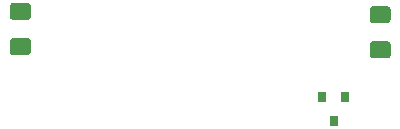
<source format=gbr>
G04 #@! TF.GenerationSoftware,KiCad,Pcbnew,(5.0.0)*
G04 #@! TF.CreationDate,2019-07-27T13:15:58+05:30*
G04 #@! TF.ProjectId,SerialShiftLCD,53657269616C53686966744C43442E6B,rev?*
G04 #@! TF.SameCoordinates,Original*
G04 #@! TF.FileFunction,Paste,Bot*
G04 #@! TF.FilePolarity,Positive*
%FSLAX46Y46*%
G04 Gerber Fmt 4.6, Leading zero omitted, Abs format (unit mm)*
G04 Created by KiCad (PCBNEW (5.0.0)) date 07/27/19 13:15:58*
%MOMM*%
%LPD*%
G01*
G04 APERTURE LIST*
%ADD10R,0.800000X0.900000*%
%ADD11C,0.100000*%
%ADD12C,1.425000*%
G04 APERTURE END LIST*
D10*
G04 #@! TO.C,Q1*
X137505400Y-59883800D03*
X139405400Y-59883800D03*
X138455400Y-61883800D03*
G04 #@! TD*
D11*
G04 #@! TO.C,R1*
G36*
X112587304Y-51928604D02*
X112611573Y-51932204D01*
X112635371Y-51938165D01*
X112658471Y-51946430D01*
X112680649Y-51956920D01*
X112701693Y-51969533D01*
X112721398Y-51984147D01*
X112739577Y-52000623D01*
X112756053Y-52018802D01*
X112770667Y-52038507D01*
X112783280Y-52059551D01*
X112793770Y-52081729D01*
X112802035Y-52104829D01*
X112807996Y-52128627D01*
X112811596Y-52152896D01*
X112812800Y-52177400D01*
X112812800Y-53102400D01*
X112811596Y-53126904D01*
X112807996Y-53151173D01*
X112802035Y-53174971D01*
X112793770Y-53198071D01*
X112783280Y-53220249D01*
X112770667Y-53241293D01*
X112756053Y-53260998D01*
X112739577Y-53279177D01*
X112721398Y-53295653D01*
X112701693Y-53310267D01*
X112680649Y-53322880D01*
X112658471Y-53333370D01*
X112635371Y-53341635D01*
X112611573Y-53347596D01*
X112587304Y-53351196D01*
X112562800Y-53352400D01*
X111312800Y-53352400D01*
X111288296Y-53351196D01*
X111264027Y-53347596D01*
X111240229Y-53341635D01*
X111217129Y-53333370D01*
X111194951Y-53322880D01*
X111173907Y-53310267D01*
X111154202Y-53295653D01*
X111136023Y-53279177D01*
X111119547Y-53260998D01*
X111104933Y-53241293D01*
X111092320Y-53220249D01*
X111081830Y-53198071D01*
X111073565Y-53174971D01*
X111067604Y-53151173D01*
X111064004Y-53126904D01*
X111062800Y-53102400D01*
X111062800Y-52177400D01*
X111064004Y-52152896D01*
X111067604Y-52128627D01*
X111073565Y-52104829D01*
X111081830Y-52081729D01*
X111092320Y-52059551D01*
X111104933Y-52038507D01*
X111119547Y-52018802D01*
X111136023Y-52000623D01*
X111154202Y-51984147D01*
X111173907Y-51969533D01*
X111194951Y-51956920D01*
X111217129Y-51946430D01*
X111240229Y-51938165D01*
X111264027Y-51932204D01*
X111288296Y-51928604D01*
X111312800Y-51927400D01*
X112562800Y-51927400D01*
X112587304Y-51928604D01*
X112587304Y-51928604D01*
G37*
D12*
X111937800Y-52639900D03*
D11*
G36*
X112587304Y-54903604D02*
X112611573Y-54907204D01*
X112635371Y-54913165D01*
X112658471Y-54921430D01*
X112680649Y-54931920D01*
X112701693Y-54944533D01*
X112721398Y-54959147D01*
X112739577Y-54975623D01*
X112756053Y-54993802D01*
X112770667Y-55013507D01*
X112783280Y-55034551D01*
X112793770Y-55056729D01*
X112802035Y-55079829D01*
X112807996Y-55103627D01*
X112811596Y-55127896D01*
X112812800Y-55152400D01*
X112812800Y-56077400D01*
X112811596Y-56101904D01*
X112807996Y-56126173D01*
X112802035Y-56149971D01*
X112793770Y-56173071D01*
X112783280Y-56195249D01*
X112770667Y-56216293D01*
X112756053Y-56235998D01*
X112739577Y-56254177D01*
X112721398Y-56270653D01*
X112701693Y-56285267D01*
X112680649Y-56297880D01*
X112658471Y-56308370D01*
X112635371Y-56316635D01*
X112611573Y-56322596D01*
X112587304Y-56326196D01*
X112562800Y-56327400D01*
X111312800Y-56327400D01*
X111288296Y-56326196D01*
X111264027Y-56322596D01*
X111240229Y-56316635D01*
X111217129Y-56308370D01*
X111194951Y-56297880D01*
X111173907Y-56285267D01*
X111154202Y-56270653D01*
X111136023Y-56254177D01*
X111119547Y-56235998D01*
X111104933Y-56216293D01*
X111092320Y-56195249D01*
X111081830Y-56173071D01*
X111073565Y-56149971D01*
X111067604Y-56126173D01*
X111064004Y-56101904D01*
X111062800Y-56077400D01*
X111062800Y-55152400D01*
X111064004Y-55127896D01*
X111067604Y-55103627D01*
X111073565Y-55079829D01*
X111081830Y-55056729D01*
X111092320Y-55034551D01*
X111104933Y-55013507D01*
X111119547Y-54993802D01*
X111136023Y-54975623D01*
X111154202Y-54959147D01*
X111173907Y-54944533D01*
X111194951Y-54931920D01*
X111217129Y-54921430D01*
X111240229Y-54913165D01*
X111264027Y-54907204D01*
X111288296Y-54903604D01*
X111312800Y-54902400D01*
X112562800Y-54902400D01*
X112587304Y-54903604D01*
X112587304Y-54903604D01*
G37*
D12*
X111937800Y-55614900D03*
G04 #@! TD*
D11*
G04 #@! TO.C,R2*
G36*
X143041904Y-55183004D02*
X143066173Y-55186604D01*
X143089971Y-55192565D01*
X143113071Y-55200830D01*
X143135249Y-55211320D01*
X143156293Y-55223933D01*
X143175998Y-55238547D01*
X143194177Y-55255023D01*
X143210653Y-55273202D01*
X143225267Y-55292907D01*
X143237880Y-55313951D01*
X143248370Y-55336129D01*
X143256635Y-55359229D01*
X143262596Y-55383027D01*
X143266196Y-55407296D01*
X143267400Y-55431800D01*
X143267400Y-56356800D01*
X143266196Y-56381304D01*
X143262596Y-56405573D01*
X143256635Y-56429371D01*
X143248370Y-56452471D01*
X143237880Y-56474649D01*
X143225267Y-56495693D01*
X143210653Y-56515398D01*
X143194177Y-56533577D01*
X143175998Y-56550053D01*
X143156293Y-56564667D01*
X143135249Y-56577280D01*
X143113071Y-56587770D01*
X143089971Y-56596035D01*
X143066173Y-56601996D01*
X143041904Y-56605596D01*
X143017400Y-56606800D01*
X141767400Y-56606800D01*
X141742896Y-56605596D01*
X141718627Y-56601996D01*
X141694829Y-56596035D01*
X141671729Y-56587770D01*
X141649551Y-56577280D01*
X141628507Y-56564667D01*
X141608802Y-56550053D01*
X141590623Y-56533577D01*
X141574147Y-56515398D01*
X141559533Y-56495693D01*
X141546920Y-56474649D01*
X141536430Y-56452471D01*
X141528165Y-56429371D01*
X141522204Y-56405573D01*
X141518604Y-56381304D01*
X141517400Y-56356800D01*
X141517400Y-55431800D01*
X141518604Y-55407296D01*
X141522204Y-55383027D01*
X141528165Y-55359229D01*
X141536430Y-55336129D01*
X141546920Y-55313951D01*
X141559533Y-55292907D01*
X141574147Y-55273202D01*
X141590623Y-55255023D01*
X141608802Y-55238547D01*
X141628507Y-55223933D01*
X141649551Y-55211320D01*
X141671729Y-55200830D01*
X141694829Y-55192565D01*
X141718627Y-55186604D01*
X141742896Y-55183004D01*
X141767400Y-55181800D01*
X143017400Y-55181800D01*
X143041904Y-55183004D01*
X143041904Y-55183004D01*
G37*
D12*
X142392400Y-55894300D03*
D11*
G36*
X143041904Y-52208004D02*
X143066173Y-52211604D01*
X143089971Y-52217565D01*
X143113071Y-52225830D01*
X143135249Y-52236320D01*
X143156293Y-52248933D01*
X143175998Y-52263547D01*
X143194177Y-52280023D01*
X143210653Y-52298202D01*
X143225267Y-52317907D01*
X143237880Y-52338951D01*
X143248370Y-52361129D01*
X143256635Y-52384229D01*
X143262596Y-52408027D01*
X143266196Y-52432296D01*
X143267400Y-52456800D01*
X143267400Y-53381800D01*
X143266196Y-53406304D01*
X143262596Y-53430573D01*
X143256635Y-53454371D01*
X143248370Y-53477471D01*
X143237880Y-53499649D01*
X143225267Y-53520693D01*
X143210653Y-53540398D01*
X143194177Y-53558577D01*
X143175998Y-53575053D01*
X143156293Y-53589667D01*
X143135249Y-53602280D01*
X143113071Y-53612770D01*
X143089971Y-53621035D01*
X143066173Y-53626996D01*
X143041904Y-53630596D01*
X143017400Y-53631800D01*
X141767400Y-53631800D01*
X141742896Y-53630596D01*
X141718627Y-53626996D01*
X141694829Y-53621035D01*
X141671729Y-53612770D01*
X141649551Y-53602280D01*
X141628507Y-53589667D01*
X141608802Y-53575053D01*
X141590623Y-53558577D01*
X141574147Y-53540398D01*
X141559533Y-53520693D01*
X141546920Y-53499649D01*
X141536430Y-53477471D01*
X141528165Y-53454371D01*
X141522204Y-53430573D01*
X141518604Y-53406304D01*
X141517400Y-53381800D01*
X141517400Y-52456800D01*
X141518604Y-52432296D01*
X141522204Y-52408027D01*
X141528165Y-52384229D01*
X141536430Y-52361129D01*
X141546920Y-52338951D01*
X141559533Y-52317907D01*
X141574147Y-52298202D01*
X141590623Y-52280023D01*
X141608802Y-52263547D01*
X141628507Y-52248933D01*
X141649551Y-52236320D01*
X141671729Y-52225830D01*
X141694829Y-52217565D01*
X141718627Y-52211604D01*
X141742896Y-52208004D01*
X141767400Y-52206800D01*
X143017400Y-52206800D01*
X143041904Y-52208004D01*
X143041904Y-52208004D01*
G37*
D12*
X142392400Y-52919300D03*
G04 #@! TD*
M02*

</source>
